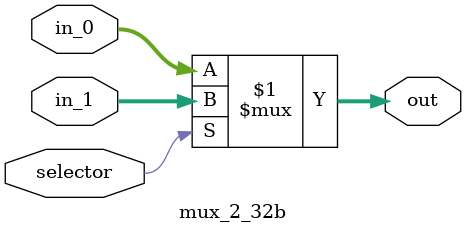
<source format=v>
module mux_2_32b(
    input wire selector,
    input wire [31:0] in_0,
    input wire [31:0] in_1,
    output wire [31:0] out
);

    assign out = (selector ? in_1 : in_0);

endmodule

</source>
